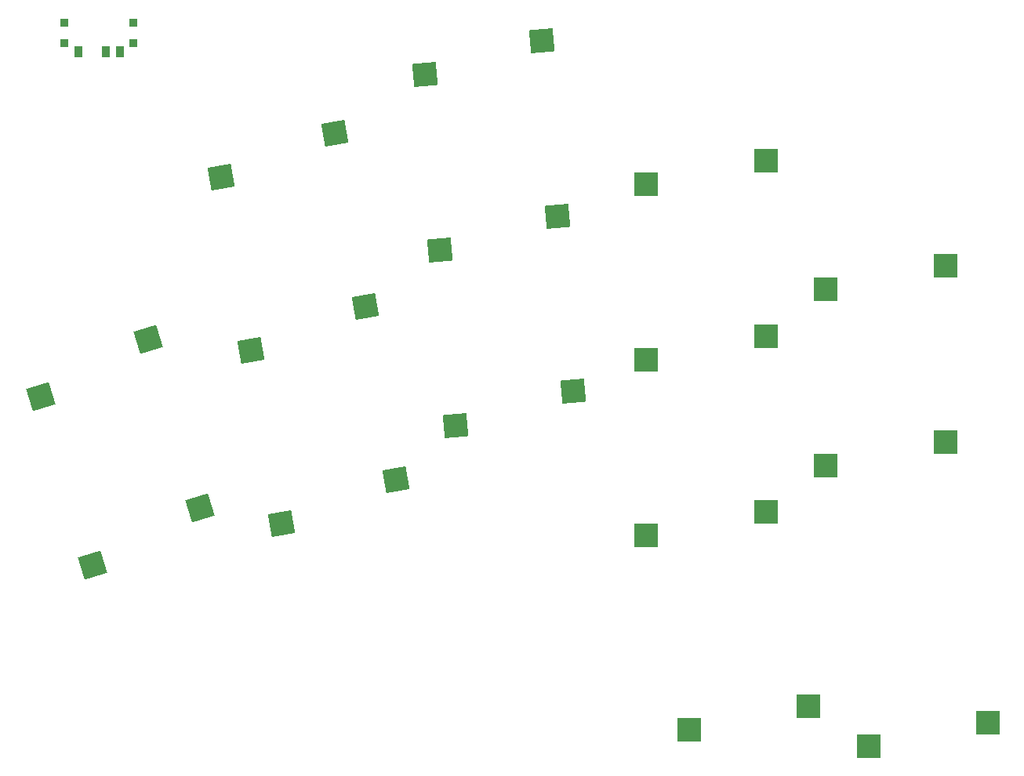
<source format=gbr>
%TF.GenerationSoftware,KiCad,Pcbnew,(6.0.7-1)-1*%
%TF.CreationDate,2022-08-15T15:56:19+02:00*%
%TF.ProjectId,wizza,77697a7a-612e-46b6-9963-61645f706362,v1.0.0*%
%TF.SameCoordinates,Original*%
%TF.FileFunction,Paste,Bot*%
%TF.FilePolarity,Positive*%
%FSLAX46Y46*%
G04 Gerber Fmt 4.6, Leading zero omitted, Abs format (unit mm)*
G04 Created by KiCad (PCBNEW (6.0.7-1)-1) date 2022-08-15 15:56:19*
%MOMM*%
%LPD*%
G01*
G04 APERTURE LIST*
G04 Aperture macros list*
%AMRotRect*
0 Rectangle, with rotation*
0 The origin of the aperture is its center*
0 $1 length*
0 $2 width*
0 $3 Rotation angle, in degrees counterclockwise*
0 Add horizontal line*
21,1,$1,$2,0,0,$3*%
G04 Aperture macros list end*
%ADD10RotRect,2.550000X2.500000X5.000000*%
%ADD11RotRect,2.550000X2.500000X10.000000*%
%ADD12RotRect,2.550000X2.500000X17.000000*%
%ADD13R,2.550000X2.500000*%
%ADD14R,0.900000X0.900000*%
%ADD15R,0.900000X1.250000*%
G04 APERTURE END LIST*
D10*
%TO.C,S7*%
X241811409Y-82592881D03*
X254467842Y-78935884D03*
%TD*%
%TO.C,S8*%
X240155450Y-63665182D03*
X252811883Y-60008185D03*
%TD*%
D11*
%TO.C,S4*%
X221407992Y-93417383D03*
X233697535Y-88671221D03*
%TD*%
D12*
%TO.C,S1*%
X204248143Y-116631280D03*
X215867670Y-110422777D03*
%TD*%
D13*
%TO.C,S9*%
X264030601Y-113446367D03*
X276957601Y-110906367D03*
%TD*%
%TO.C,S12*%
X283430601Y-105846367D03*
X296357601Y-103306367D03*
%TD*%
%TO.C,S14*%
X268655601Y-134446367D03*
X281582601Y-131906367D03*
%TD*%
D11*
%TO.C,S3*%
X224707308Y-112128730D03*
X236996851Y-107382568D03*
%TD*%
D14*
%TO.C,T2*%
X208650615Y-58006416D03*
X201250615Y-58006416D03*
X208650615Y-60206416D03*
X201250615Y-60206416D03*
D15*
X202700615Y-61181416D03*
X205700615Y-61181416D03*
X207200615Y-61181416D03*
%TD*%
D10*
%TO.C,S6*%
X243467369Y-101520580D03*
X256123802Y-97863583D03*
%TD*%
D13*
%TO.C,S15*%
X288055601Y-136156367D03*
X300982601Y-133616367D03*
%TD*%
%TO.C,S11*%
X264030601Y-75446367D03*
X276957601Y-72906367D03*
%TD*%
D12*
%TO.C,S2*%
X198693080Y-98461489D03*
X210312607Y-92252986D03*
%TD*%
D13*
%TO.C,S13*%
X283430601Y-86846367D03*
X296357601Y-84306367D03*
%TD*%
D11*
%TO.C,S5*%
X218108677Y-74706036D03*
X230398220Y-69959874D03*
%TD*%
D13*
%TO.C,S10*%
X264030601Y-94446367D03*
X276957601Y-91906367D03*
%TD*%
M02*

</source>
